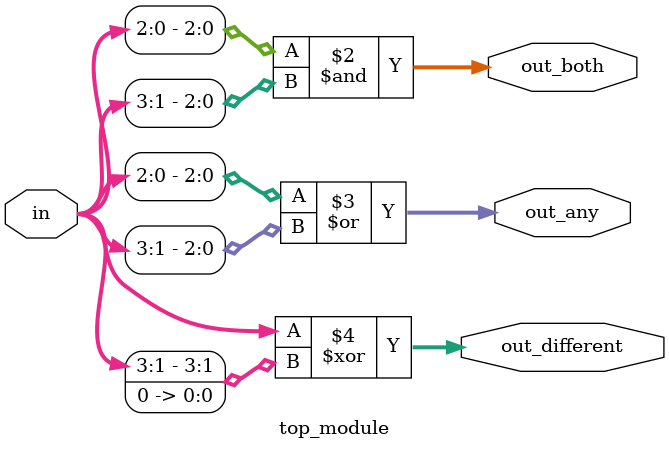
<source format=sv>
module top_module (
	input [3:0] in,
	output reg [2:0] out_both,
	output reg [3:1] out_any,
	output reg [3:0] out_different
);

	always @(in)
	begin
		out_both = in[2:0] & in[3:1];
		out_any = in[2:0] | in[3:1];
		out_different = in ^ {in[3:1], 1'b0};
	end

endmodule

</source>
